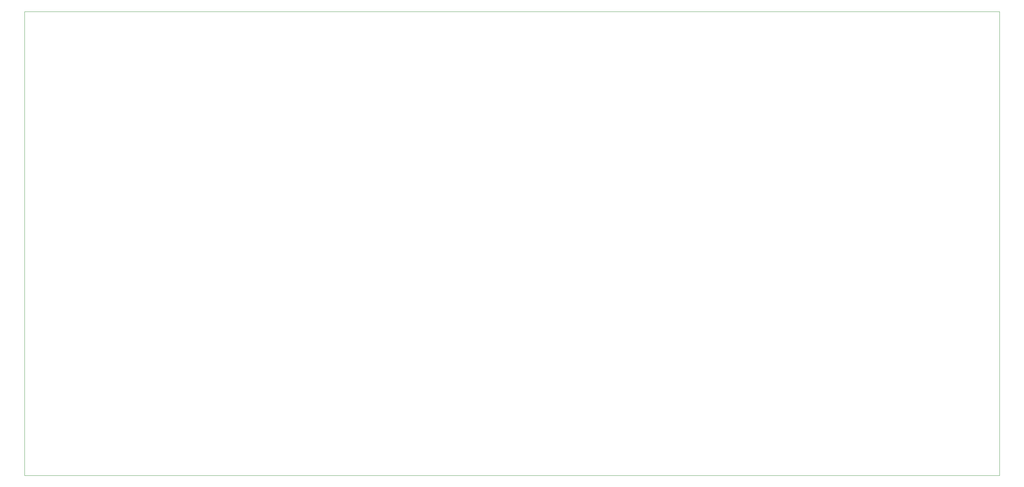
<source format=gbr>
%TF.GenerationSoftware,KiCad,Pcbnew,8.0.2*%
%TF.CreationDate,2024-07-21T10:42:16-04:00*%
%TF.ProjectId,electrical_design_hvac_v2,656c6563-7472-4696-9361-6c5f64657369,rev?*%
%TF.SameCoordinates,Original*%
%TF.FileFunction,Profile,NP*%
%FSLAX46Y46*%
G04 Gerber Fmt 4.6, Leading zero omitted, Abs format (unit mm)*
G04 Created by KiCad (PCBNEW 8.0.2) date 2024-07-21 10:42:16*
%MOMM*%
%LPD*%
G01*
G04 APERTURE LIST*
%TA.AperFunction,Profile*%
%ADD10C,0.050000*%
%TD*%
G04 APERTURE END LIST*
D10*
X23250000Y-38500000D02*
X272500000Y-38500000D01*
X272500000Y-157250000D02*
X23250000Y-157250000D01*
X23250000Y-157250000D02*
X23250000Y-38500000D01*
X272500000Y-38500000D02*
X272500000Y-157250000D01*
M02*

</source>
